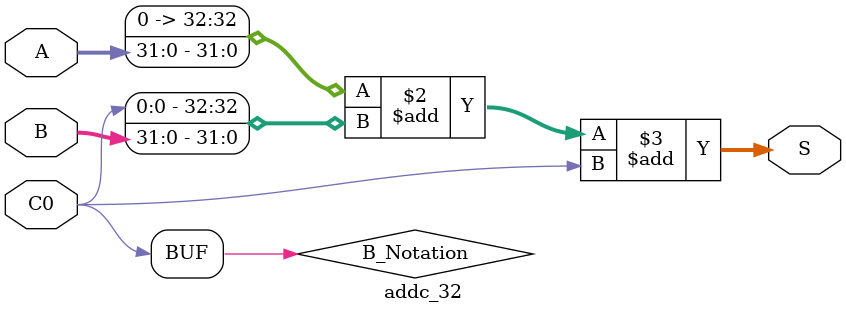
<source format=v>
`timescale 1ns / 1ps


module addc_32(  input [31:0] A, 
				 input [31:0] B, 
				 input C0,
				 output [32:0] S

    );
    wire B_Notation = C0 ^ 1'b0;	  
    assign S = {1'b0,A} + {B_Notation,B} + C0;
endmodule

</source>
